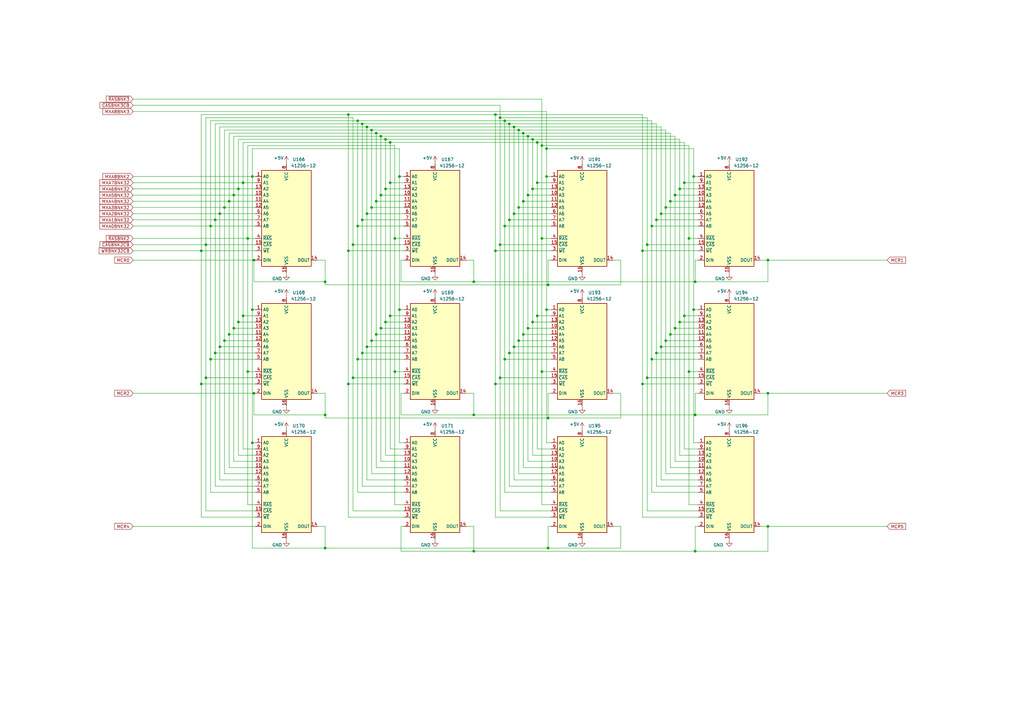
<source format=kicad_sch>
(kicad_sch (version 20211123) (generator eeschema)
  (paper "A3")
  (lib_symbols
    (symbol "power:+5V" (power) (pin_names (offset 0))
      (property "Value" "+5V" (at 0 3.556 0))
      (symbol "+5V_0_1"
        (polyline (pts (xy -0.762 1.27) (xy 0 2.54)))
        (polyline (pts (xy 0 0) (xy 0 2.54)))
        (polyline (pts (xy 0 2.54) (xy 0.762 1.27)))
      )
      (symbol "+5V_1_1"
        (pin power_in line (at 0 0 90) (length 0) hide (name "+5V") (number "1"))
      )
    )
    (symbol "power:GND" (power) (pin_names (offset 0))
      (property "Value" "GND" (at 0 -3.81 0))
      (symbol "GND_0_1"
        (polyline (pts (xy 0 0) (xy 0 -1.27) (xy 1.27 -1.27) (xy 0 -2.54) (xy -1.27 -1.27) (xy 0 -1.27)))
      )
      (symbol "GND_1_1"
        (pin power_in line (at 0 0 270) (length 0) hide (name "GND") (number "1"))
      )
    )
    (symbol "x37:41256"
      (property "Reference" "U" (at -10.16 26.035 0))
      (property "Value" "41256" (at 2.54 26.035 0))
      (symbol "41256_0_0"
        (pin power_in line (at 0 -16.51 90) (length 2.54) (name "VSS") (number "16"))
        (pin power_in line (at 0 27.94 270) (length 2.54) (name "VCC") (number "8"))
      )
      (symbol "41256_0_1"
        (rectangle (start -10.16 25.4) (end 10.16 -13.97) (stroke (width 0.254)) (fill (type background)))
      )
      (symbol "41256_1_1"
        (pin input line (at -12.7 22.86 0) (length 2.54) (name "A0") (number "1"))
        (pin input line (at -12.7 15.24 0) (length 2.54) (name "A3") (number "10"))
        (pin input line (at -12.7 12.7 0) (length 2.54) (name "A4") (number "11"))
        (pin input line (at -12.7 10.16 0) (length 2.54) (name "A5") (number "12"))
        (pin input line (at -12.7 17.78 0) (length 2.54) (name "A2") (number "13"))
        (pin tri_state line (at 12.7 -11.43 180) (length 2.54) (name "DOUT") (number "14"))
        (pin input line (at -12.7 -5.08 0) (length 2.54) (name "~{CAS}") (number "15"))
        (pin tri_state line (at -12.7 -11.43 0) (length 2.54) (name "DIN") (number "2"))
        (pin input line (at -12.7 -7.62 0) (length 2.54) (name "~{WE}") (number "3"))
        (pin input line (at -12.7 -2.54 0) (length 2.54) (name "~{RAS}") (number "4"))
        (pin input line (at -12.7 2.54 0) (length 2.54) (name "A8") (number "5"))
        (pin input line (at -12.7 7.62 0) (length 2.54) (name "A6") (number "6"))
        (pin input line (at -12.7 5.08 0) (length 2.54) (name "A7") (number "7"))
        (pin input line (at -12.7 20.32 0) (length 2.54) (name "A1") (number "9"))
      )
    )
  )
  (junction (at 203.2 157.48))
  (junction (at 214.63 54.61))
  (junction (at 285.115 226.06))
  (junction (at 142.875 157.48))
  (junction (at 82.55 102.87))
  (junction (at 212.725 139.7))
  (junction (at 163.83 127))
  (junction (at 90.17 142.24))
  (junction (at 205.105 100.33))
  (junction (at 133.35 170.18))
  (junction (at 273.05 139.7))
  (junction (at 148.59 90.17))
  (junction (at 224.155 60.96))
  (junction (at 224.79 171.45))
  (junction (at 160.02 129.54))
  (junction (at 158.115 132.08))
  (junction (at 86.36 92.71))
  (junction (at 97.79 77.47))
  (junction (at 84.455 100.33))
  (junction (at 274.955 82.55))
  (junction (at 276.86 80.01))
  (junction (at 146.685 147.32))
  (junction (at 271.145 87.63))
  (junction (at 158.115 57.15))
  (junction (at 142.875 102.87))
  (junction (at 203.2 102.87))
  (junction (at 194.31 170.18))
  (junction (at 220.345 74.93))
  (junction (at 282.575 97.79))
  (junction (at 224.79 224.79))
  (junction (at 103.505 181.61))
  (junction (at 82.55 157.48))
  (junction (at 99.695 129.54))
  (junction (at 156.21 134.62))
  (junction (at 150.495 87.63))
  (junction (at 278.765 132.08))
  (junction (at 212.725 85.09))
  (junction (at 88.265 90.17))
  (junction (at 222.25 59.69))
  (junction (at 88.265 144.78))
  (junction (at 84.455 154.94))
  (junction (at 207.01 147.32))
  (junction (at 205.105 48.26))
  (junction (at 278.765 77.47))
  (junction (at 285.115 115.57))
  (junction (at 265.43 154.94))
  (junction (at 208.915 90.17))
  (junction (at 218.44 77.47))
  (junction (at 269.24 144.78))
  (junction (at 224.155 72.39))
  (junction (at 220.345 129.54))
  (junction (at 194.31 115.57))
  (junction (at 274.955 137.16))
  (junction (at 133.35 115.57))
  (junction (at 207.01 92.71))
  (junction (at 216.535 134.62))
  (junction (at 163.83 72.39))
  (junction (at 97.79 132.08))
  (junction (at 103.505 127))
  (junction (at 133.35 224.79))
  (junction (at 210.82 52.07))
  (junction (at 314.96 161.29))
  (junction (at 150.495 142.24))
  (junction (at 161.925 152.4))
  (junction (at 212.725 53.34))
  (junction (at 154.305 137.16))
  (junction (at 224.155 127))
  (junction (at 148.59 144.78))
  (junction (at 216.535 55.88))
  (junction (at 154.305 82.55))
  (junction (at 216.535 80.01))
  (junction (at 152.4 139.7))
  (junction (at 284.48 127))
  (junction (at 92.075 139.7))
  (junction (at 194.31 226.06))
  (junction (at 152.4 53.34))
  (junction (at 208.915 144.78))
  (junction (at 146.685 92.71))
  (junction (at 144.78 100.33))
  (junction (at 93.98 82.55))
  (junction (at 263.525 102.87))
  (junction (at 142.875 46.99))
  (junction (at 207.01 49.53))
  (junction (at 271.145 142.24))
  (junction (at 224.79 116.84))
  (junction (at 276.86 134.62))
  (junction (at 161.925 97.79))
  (junction (at 214.63 82.55))
  (junction (at 160.02 58.42))
  (junction (at 93.98 137.16))
  (junction (at 203.2 46.99))
  (junction (at 156.21 80.01))
  (junction (at 218.44 132.08))
  (junction (at 208.915 50.8))
  (junction (at 269.24 90.17))
  (junction (at 210.82 142.24))
  (junction (at 265.43 100.33))
  (junction (at 267.335 147.32))
  (junction (at 104.14 161.29))
  (junction (at 220.345 58.42))
  (junction (at 95.885 80.01))
  (junction (at 314.96 215.9))
  (junction (at 273.05 85.09))
  (junction (at 218.44 57.15))
  (junction (at 152.4 85.09))
  (junction (at 205.105 154.94))
  (junction (at 285.115 170.18))
  (junction (at 214.63 137.16))
  (junction (at 144.78 154.94))
  (junction (at 263.525 157.48))
  (junction (at 101.6 152.4))
  (junction (at 158.115 77.47))
  (junction (at 267.335 92.71))
  (junction (at 146.685 49.53))
  (junction (at 222.25 152.4))
  (junction (at 90.17 87.63))
  (junction (at 86.36 147.32))
  (junction (at 104.14 106.68))
  (junction (at 148.59 50.8))
  (junction (at 222.25 97.79))
  (junction (at 150.495 52.07))
  (junction (at 284.48 72.39))
  (junction (at 160.02 74.93))
  (junction (at 92.075 85.09))
  (junction (at 280.67 129.54))
  (junction (at 156.21 55.88))
  (junction (at 95.885 134.62))
  (junction (at 154.305 54.61))
  (junction (at 282.575 152.4))
  (junction (at 103.505 72.39))
  (junction (at 99.695 74.93))
  (junction (at 210.82 87.63))
  (junction (at 314.96 106.68))
  (junction (at 101.6 97.79))
  (junction (at 280.67 74.93))
  (wire (pts (xy 103.505 181.61) (xy 104.775 181.61)))
  (wire (pts (xy 152.4 85.09) (xy 152.4 139.7)))
  (wire (pts (xy 165.735 100.33) (xy 144.78 100.33)))
  (wire (pts (xy 103.505 181.61) (xy 103.505 224.79)))
  (wire (pts (xy 216.535 80.01) (xy 216.535 134.62)))
  (wire (pts (xy 254.635 161.29) (xy 251.46 161.29)))
  (wire (pts (xy 82.55 212.09) (xy 82.55 157.48)))
  (wire (pts (xy 205.105 100.33) (xy 205.105 48.26)))
  (wire (pts (xy 224.79 224.79) (xy 254.635 224.79)))
  (wire (pts (xy 238.76 66.675) (xy 238.76 67.31)))
  (wire (pts (xy 273.05 139.7) (xy 273.05 194.31)))
  (wire (pts (xy 160.02 184.15) (xy 165.735 184.15)))
  (wire (pts (xy 218.44 57.15) (xy 278.765 57.15)))
  (wire (pts (xy 117.475 66.675) (xy 117.475 67.31)))
  (wire (pts (xy 117.475 175.895) (xy 117.475 176.53)))
  (wire (pts (xy 194.31 215.9) (xy 194.31 226.06)))
  (wire (pts (xy 265.43 100.33) (xy 265.43 154.94)))
  (wire (pts (xy 207.01 49.53) (xy 267.335 49.53)))
  (wire (pts (xy 226.06 97.79) (xy 222.25 97.79)))
  (wire (pts (xy 212.725 194.31) (xy 226.06 194.31)))
  (wire (pts (xy 103.505 60.96) (xy 163.83 60.96)))
  (wire (pts (xy 314.96 106.68) (xy 311.785 106.68)))
  (wire (pts (xy 216.535 134.62) (xy 226.06 134.62)))
  (wire (pts (xy 178.435 66.675) (xy 178.435 67.31)))
  (wire (pts (xy 286.385 72.39) (xy 284.48 72.39)))
  (wire (pts (xy 222.25 152.4) (xy 222.25 207.01)))
  (wire (pts (xy 133.35 224.79) (xy 133.35 215.9)))
  (wire (pts (xy 103.505 127) (xy 103.505 181.61)))
  (wire (pts (xy 84.455 100.33) (xy 84.455 48.26)))
  (wire (pts (xy 286.385 186.69) (xy 278.765 186.69)))
  (wire (pts (xy 133.35 215.9) (xy 130.175 215.9)))
  (wire (pts (xy 278.765 132.08) (xy 278.765 186.69)))
  (wire (pts (xy 164.465 170.18) (xy 194.31 170.18)))
  (wire (pts (xy 286.385 142.24) (xy 271.145 142.24)))
  (wire (pts (xy 194.31 226.06) (xy 285.115 226.06)))
  (wire (pts (xy 165.735 77.47) (xy 158.115 77.47)))
  (wire (pts (xy 280.67 74.93) (xy 280.67 129.54)))
  (wire (pts (xy 282.575 97.79) (xy 282.575 59.69)))
  (wire (pts (xy 117.475 111.76) (xy 117.475 112.395)))
  (wire (pts (xy 205.105 100.33) (xy 205.105 154.94)))
  (wire (pts (xy 273.05 194.31) (xy 286.385 194.31)))
  (wire (pts (xy 238.76 220.98) (xy 238.76 221.615)))
  (wire (pts (xy 104.14 161.29) (xy 104.775 161.29)))
  (wire (pts (xy 299.085 220.98) (xy 299.085 221.615)))
  (wire (pts (xy 178.435 175.895) (xy 178.435 176.53)))
  (wire (pts (xy 314.96 215.9) (xy 314.96 226.06)))
  (wire (pts (xy 224.155 72.39) (xy 224.155 60.96)))
  (wire (pts (xy 224.155 127) (xy 224.155 181.61)))
  (wire (pts (xy 286.385 147.32) (xy 267.335 147.32)))
  (wire (pts (xy 148.59 50.8) (xy 208.915 50.8)))
  (wire (pts (xy 150.495 142.24) (xy 150.495 196.85)))
  (wire (pts (xy 84.455 154.94) (xy 84.455 209.55)))
  (wire (pts (xy 286.385 215.9) (xy 285.115 215.9)))
  (wire (pts (xy 276.86 189.23) (xy 286.385 189.23)))
  (wire (pts (xy 216.535 55.88) (xy 276.86 55.88)))
  (wire (pts (xy 142.875 212.09) (xy 165.735 212.09)))
  (wire (pts (xy 158.115 77.47) (xy 158.115 132.08)))
  (wire (pts (xy 165.735 154.94) (xy 144.78 154.94)))
  (wire (pts (xy 267.335 92.71) (xy 267.335 49.53)))
  (wire (pts (xy 86.36 147.32) (xy 104.775 147.32)))
  (wire (pts (xy 90.17 87.63) (xy 90.17 52.07)))
  (wire (pts (xy 214.63 54.61) (xy 274.955 54.61)))
  (wire (pts (xy 104.14 170.18) (xy 133.35 170.18)))
  (wire (pts (xy 148.59 50.8) (xy 148.59 90.17)))
  (wire (pts (xy 285.115 161.29) (xy 285.115 170.18)))
  (wire (pts (xy 226.06 161.29) (xy 224.79 161.29)))
  (wire (pts (xy 165.735 152.4) (xy 161.925 152.4)))
  (wire (pts (xy 214.63 82.55) (xy 214.63 137.16)))
  (wire (pts (xy 82.55 102.87) (xy 104.775 102.87)))
  (wire (pts (xy 165.735 137.16) (xy 154.305 137.16)))
  (wire (pts (xy 224.79 106.68) (xy 224.79 116.84)))
  (wire (pts (xy 148.59 90.17) (xy 165.735 90.17)))
  (wire (pts (xy 95.885 80.01) (xy 95.885 134.62)))
  (wire (pts (xy 133.35 115.57) (xy 133.35 106.68)))
  (wire (pts (xy 203.2 157.48) (xy 226.06 157.48)))
  (wire (pts (xy 165.735 215.9) (xy 164.465 215.9)))
  (wire (pts (xy 92.075 53.34) (xy 152.4 53.34)))
  (wire (pts (xy 194.31 215.9) (xy 191.135 215.9)))
  (wire (pts (xy 226.06 87.63) (xy 210.82 87.63)))
  (wire (pts (xy 54.61 74.93) (xy 99.695 74.93)))
  (wire (pts (xy 156.21 189.23) (xy 165.735 189.23)))
  (wire (pts (xy 92.075 194.31) (xy 104.775 194.31)))
  (wire (pts (xy 212.725 85.09) (xy 226.06 85.09)))
  (wire (pts (xy 154.305 82.55) (xy 154.305 54.61)))
  (wire (pts (xy 363.855 106.68) (xy 314.96 106.68)))
  (wire (pts (xy 207.01 92.71) (xy 207.01 49.53)))
  (wire (pts (xy 280.67 58.42) (xy 280.67 74.93)))
  (wire (pts (xy 274.955 137.16) (xy 274.955 191.77)))
  (wire (pts (xy 133.35 115.57) (xy 133.35 116.84)))
  (wire (pts (xy 263.525 46.99) (xy 263.525 102.87)))
  (wire (pts (xy 150.495 87.63) (xy 150.495 142.24)))
  (wire (pts (xy 265.43 154.94) (xy 265.43 209.55)))
  (wire (pts (xy 286.385 97.79) (xy 282.575 97.79)))
  (wire (pts (xy 271.145 142.24) (xy 271.145 196.85)))
  (wire (pts (xy 165.735 72.39) (xy 163.83 72.39)))
  (wire (pts (xy 267.335 147.32) (xy 267.335 201.93)))
  (wire (pts (xy 218.44 77.47) (xy 218.44 132.08)))
  (wire (pts (xy 165.735 106.68) (xy 164.465 106.68)))
  (wire (pts (xy 208.915 144.78) (xy 226.06 144.78)))
  (wire (pts (xy 88.265 50.8) (xy 148.59 50.8)))
  (wire (pts (xy 222.25 40.64) (xy 222.25 59.69)))
  (wire (pts (xy 278.765 77.47) (xy 278.765 132.08)))
  (wire (pts (xy 84.455 209.55) (xy 104.775 209.55)))
  (wire (pts (xy 93.98 82.55) (xy 93.98 137.16)))
  (wire (pts (xy 269.24 144.78) (xy 286.385 144.78)))
  (wire (pts (xy 208.915 144.78) (xy 208.915 199.39)))
  (wire (pts (xy 273.05 139.7) (xy 286.385 139.7)))
  (wire (pts (xy 99.695 74.93) (xy 104.775 74.93)))
  (wire (pts (xy 97.79 57.15) (xy 97.79 77.47)))
  (wire (pts (xy 133.35 116.84) (xy 224.79 116.84)))
  (wire (pts (xy 86.36 92.71) (xy 86.36 147.32)))
  (wire (pts (xy 220.345 184.15) (xy 226.06 184.15)))
  (wire (pts (xy 269.24 144.78) (xy 269.24 199.39)))
  (wire (pts (xy 254.635 106.68) (xy 251.46 106.68)))
  (wire (pts (xy 254.635 215.9) (xy 254.635 224.79)))
  (wire (pts (xy 103.505 224.79) (xy 133.35 224.79)))
  (wire (pts (xy 142.875 102.87) (xy 165.735 102.87)))
  (wire (pts (xy 212.725 139.7) (xy 212.725 194.31)))
  (wire (pts (xy 54.61 92.71) (xy 86.36 92.71)))
  (wire (pts (xy 314.96 170.18) (xy 314.96 161.29)))
  (wire (pts (xy 214.63 137.16) (xy 214.63 191.77)))
  (wire (pts (xy 92.075 139.7) (xy 104.775 139.7)))
  (wire (pts (xy 263.525 102.87) (xy 263.525 157.48)))
  (wire (pts (xy 218.44 77.47) (xy 218.44 57.15)))
  (wire (pts (xy 92.075 139.7) (xy 92.075 194.31)))
  (wire (pts (xy 54.61 100.33) (xy 84.455 100.33)))
  (wire (pts (xy 226.06 181.61) (xy 224.155 181.61)))
  (wire (pts (xy 280.67 184.15) (xy 286.385 184.15)))
  (wire (pts (xy 194.31 106.68) (xy 194.31 115.57)))
  (wire (pts (xy 314.96 161.29) (xy 311.785 161.29)))
  (wire (pts (xy 104.14 115.57) (xy 133.35 115.57)))
  (wire (pts (xy 82.55 157.48) (xy 82.55 102.87)))
  (wire (pts (xy 165.735 209.55) (xy 144.78 209.55)))
  (wire (pts (xy 226.06 191.77) (xy 214.63 191.77)))
  (wire (pts (xy 90.17 196.85) (xy 104.775 196.85)))
  (wire (pts (xy 263.525 212.09) (xy 286.385 212.09)))
  (wire (pts (xy 104.14 106.68) (xy 104.14 115.57)))
  (wire (pts (xy 154.305 137.16) (xy 154.305 191.77)))
  (wire (pts (xy 165.735 147.32) (xy 146.685 147.32)))
  (wire (pts (xy 286.385 152.4) (xy 282.575 152.4)))
  (wire (pts (xy 286.385 161.29) (xy 285.115 161.29)))
  (wire (pts (xy 276.86 55.88) (xy 276.86 80.01)))
  (wire (pts (xy 203.2 102.87) (xy 203.2 157.48)))
  (wire (pts (xy 97.79 77.47) (xy 104.775 77.47)))
  (wire (pts (xy 299.085 66.675) (xy 299.085 67.31)))
  (wire (pts (xy 220.345 58.42) (xy 280.67 58.42)))
  (wire (pts (xy 103.505 127) (xy 104.775 127)))
  (wire (pts (xy 299.085 111.76) (xy 299.085 112.395)))
  (wire (pts (xy 54.61 97.79) (xy 101.6 97.79)))
  (wire (pts (xy 148.59 90.17) (xy 148.59 144.78)))
  (wire (pts (xy 99.695 184.15) (xy 104.775 184.15)))
  (wire (pts (xy 286.385 181.61) (xy 284.48 181.61)))
  (wire (pts (xy 54.61 106.68) (xy 104.14 106.68)))
  (wire (pts (xy 142.875 46.99) (xy 142.875 102.87)))
  (wire (pts (xy 238.76 166.37) (xy 238.76 167.005)))
  (wire (pts (xy 101.6 207.01) (xy 104.775 207.01)))
  (wire (pts (xy 88.265 90.17) (xy 88.265 144.78)))
  (wire (pts (xy 224.155 72.39) (xy 224.155 127)))
  (wire (pts (xy 220.345 74.93) (xy 226.06 74.93)))
  (wire (pts (xy 282.575 152.4) (xy 282.575 207.01)))
  (wire (pts (xy 133.35 106.68) (xy 130.175 106.68)))
  (wire (pts (xy 267.335 92.71) (xy 267.335 147.32)))
  (wire (pts (xy 271.145 52.07) (xy 210.82 52.07)))
  (wire (pts (xy 208.915 199.39) (xy 226.06 199.39)))
  (wire (pts (xy 88.265 50.8) (xy 88.265 90.17)))
  (wire (pts (xy 263.525 102.87) (xy 286.385 102.87)))
  (wire (pts (xy 314.96 215.9) (xy 311.785 215.9)))
  (wire (pts (xy 203.2 157.48) (xy 203.2 212.09)))
  (wire (pts (xy 165.735 186.69) (xy 158.115 186.69)))
  (wire (pts (xy 207.01 147.32) (xy 207.01 201.93)))
  (wire (pts (xy 164.465 226.06) (xy 194.31 226.06)))
  (wire (pts (xy 284.48 72.39) (xy 284.48 127)))
  (wire (pts (xy 286.385 127) (xy 284.48 127)))
  (wire (pts (xy 104.14 106.68) (xy 104.775 106.68)))
  (wire (pts (xy 163.83 72.39) (xy 163.83 127)))
  (wire (pts (xy 265.43 100.33) (xy 265.43 48.26)))
  (wire (pts (xy 165.735 207.01) (xy 161.925 207.01)))
  (wire (pts (xy 160.02 129.54) (xy 160.02 184.15)))
  (wire (pts (xy 271.145 87.63) (xy 271.145 142.24)))
  (wire (pts (xy 144.78 100.33) (xy 144.78 48.26)))
  (wire (pts (xy 97.79 132.08) (xy 97.79 186.69)))
  (wire (pts (xy 220.345 129.54) (xy 226.06 129.54)))
  (wire (pts (xy 224.79 171.45) (xy 254.635 171.45)))
  (wire (pts (xy 156.21 55.88) (xy 216.535 55.88)))
  (wire (pts (xy 160.02 74.93) (xy 165.735 74.93)))
  (wire (pts (xy 212.725 85.09) (xy 212.725 139.7)))
  (wire (pts (xy 363.855 161.29) (xy 314.96 161.29)))
  (wire (pts (xy 165.735 132.08) (xy 158.115 132.08)))
  (wire (pts (xy 274.955 54.61) (xy 274.955 82.55)))
  (wire (pts (xy 165.735 161.29) (xy 164.465 161.29)))
  (wire (pts (xy 54.61 102.87) (xy 82.55 102.87)))
  (wire (pts (xy 142.875 157.48) (xy 165.735 157.48)))
  (wire (pts (xy 82.55 157.48) (xy 104.775 157.48)))
  (wire (pts (xy 208.915 90.17) (xy 226.06 90.17)))
  (wire (pts (xy 99.695 74.93) (xy 99.695 58.42)))
  (wire (pts (xy 226.06 82.55) (xy 214.63 82.55)))
  (wire (pts (xy 224.155 45.72) (xy 224.155 60.96)))
  (wire (pts (xy 165.735 191.77) (xy 154.305 191.77)))
  (wire (pts (xy 286.385 106.68) (xy 285.115 106.68)))
  (wire (pts (xy 299.085 175.895) (xy 299.085 176.53)))
  (wire (pts (xy 194.31 161.29) (xy 194.31 170.18)))
  (wire (pts (xy 95.885 55.88) (xy 156.21 55.88)))
  (wire (pts (xy 203.2 102.87) (xy 226.06 102.87)))
  (wire (pts (xy 54.61 40.64) (xy 222.25 40.64)))
  (wire (pts (xy 54.61 45.72) (xy 224.155 45.72)))
  (wire (pts (xy 152.4 194.31) (xy 165.735 194.31)))
  (wire (pts (xy 95.885 189.23) (xy 104.775 189.23)))
  (wire (pts (xy 165.735 196.85) (xy 150.495 196.85)))
  (wire (pts (xy 299.085 121.285) (xy 299.085 121.92)))
  (wire (pts (xy 101.6 59.69) (xy 101.6 97.79)))
  (wire (pts (xy 276.86 80.01) (xy 276.86 134.62)))
  (wire (pts (xy 88.265 199.39) (xy 104.775 199.39)))
  (wire (pts (xy 210.82 87.63) (xy 210.82 142.24)))
  (wire (pts (xy 224.79 116.84) (xy 254.635 116.84)))
  (wire (pts (xy 194.31 170.18) (xy 285.115 170.18)))
  (wire (pts (xy 178.435 166.37) (xy 178.435 167.005)))
  (wire (pts (xy 286.385 77.47) (xy 278.765 77.47)))
  (wire (pts (xy 93.98 191.77) (xy 104.775 191.77)))
  (wire (pts (xy 158.115 57.15) (xy 218.44 57.15)))
  (wire (pts (xy 267.335 92.71) (xy 286.385 92.71)))
  (wire (pts (xy 269.24 90.17) (xy 286.385 90.17)))
  (wire (pts (xy 208.915 50.8) (xy 269.24 50.8)))
  (wire (pts (xy 226.06 201.93) (xy 207.01 201.93)))
  (wire (pts (xy 238.76 121.285) (xy 238.76 121.92)))
  (wire (pts (xy 95.885 55.88) (xy 95.885 80.01)))
  (wire (pts (xy 226.06 147.32) (xy 207.01 147.32)))
  (wire (pts (xy 156.21 134.62) (xy 165.735 134.62)))
  (wire (pts (xy 160.02 58.42) (xy 160.02 74.93)))
  (wire (pts (xy 165.735 127) (xy 163.83 127)))
  (wire (pts (xy 254.635 215.9) (xy 251.46 215.9)))
  (wire (pts (xy 222.25 97.79) (xy 222.25 59.69)))
  (wire (pts (xy 286.385 201.93) (xy 267.335 201.93)))
  (wire (pts (xy 161.925 97.79) (xy 161.925 59.69)))
  (wire (pts (xy 282.575 97.79) (xy 282.575 152.4)))
  (wire (pts (xy 93.98 137.16) (xy 93.98 191.77)))
  (wire (pts (xy 226.06 209.55) (xy 205.105 209.55)))
  (wire (pts (xy 95.885 134.62) (xy 104.775 134.62)))
  (wire (pts (xy 101.6 97.79) (xy 104.775 97.79)))
  (wire (pts (xy 160.02 129.54) (xy 165.735 129.54)))
  (wire (pts (xy 117.475 121.285) (xy 117.475 121.92)))
  (wire (pts (xy 99.695 129.54) (xy 99.695 184.15)))
  (wire (pts (xy 210.82 87.63) (xy 210.82 52.07)))
  (wire (pts (xy 285.115 170.18) (xy 314.96 170.18)))
  (wire (pts (xy 156.21 134.62) (xy 156.21 189.23)))
  (wire (pts (xy 218.44 132.08) (xy 218.44 186.69)))
  (wire (pts (xy 160.02 74.93) (xy 160.02 129.54)))
  (wire (pts (xy 54.61 72.39) (xy 103.505 72.39)))
  (wire (pts (xy 54.61 77.47) (xy 97.79 77.47)))
  (wire (pts (xy 161.925 152.4) (xy 161.925 207.01)))
  (wire (pts (xy 148.59 144.78) (xy 165.735 144.78)))
  (wire (pts (xy 226.06 106.68) (xy 224.79 106.68)))
  (wire (pts (xy 212.725 139.7) (xy 226.06 139.7)))
  (wire (pts (xy 284.48 127) (xy 284.48 181.61)))
  (wire (pts (xy 178.435 111.76) (xy 178.435 112.395)))
  (wire (pts (xy 194.31 115.57) (xy 285.115 115.57)))
  (wire (pts (xy 165.735 92.71) (xy 146.685 92.71)))
  (wire (pts (xy 254.635 161.29) (xy 254.635 171.45)))
  (wire (pts (xy 212.725 53.34) (xy 212.725 85.09)))
  (wire (pts (xy 299.085 166.37) (xy 299.085 167.005)))
  (wire (pts (xy 88.265 144.78) (xy 88.265 199.39)))
  (wire (pts (xy 212.725 53.34) (xy 273.05 53.34)))
  (wire (pts (xy 82.55 212.09) (xy 104.775 212.09)))
  (wire (pts (xy 117.475 166.37) (xy 117.475 167.005)))
  (wire (pts (xy 99.695 74.93) (xy 99.695 129.54)))
  (wire (pts (xy 194.31 106.68) (xy 191.135 106.68)))
  (wire (pts (xy 152.4 53.34) (xy 152.4 85.09)))
  (wire (pts (xy 144.78 154.94) (xy 144.78 209.55)))
  (wire (pts (xy 220.345 58.42) (xy 220.345 74.93)))
  (wire (pts (xy 276.86 80.01) (xy 286.385 80.01)))
  (wire (pts (xy 152.4 139.7) (xy 165.735 139.7)))
  (wire (pts (xy 84.455 100.33) (xy 104.775 100.33)))
  (wire (pts (xy 164.465 106.68) (xy 164.465 115.57)))
  (wire (pts (xy 263.525 157.48) (xy 286.385 157.48)))
  (wire (pts (xy 276.86 134.62) (xy 276.86 189.23)))
  (wire (pts (xy 269.24 50.8) (xy 269.24 90.17)))
  (wire (pts (xy 286.385 196.85) (xy 271.145 196.85)))
  (wire (pts (xy 205.105 48.26) (xy 265.43 48.26)))
  (wire (pts (xy 205.105 43.18) (xy 54.61 43.18)))
  (wire (pts (xy 82.55 46.99) (xy 142.875 46.99)))
  (wire (pts (xy 165.735 82.55) (xy 154.305 82.55)))
  (wire (pts (xy 216.535 134.62) (xy 216.535 189.23)))
  (wire (pts (xy 216.535 80.01) (xy 226.06 80.01)))
  (wire (pts (xy 92.075 53.34) (xy 92.075 85.09)))
  (wire (pts (xy 88.265 90.17) (xy 104.775 90.17)))
  (wire (pts (xy 286.385 87.63) (xy 271.145 87.63)))
  (wire (pts (xy 224.155 60.96) (xy 284.48 60.96)))
  (wire (pts (xy 286.385 100.33) (xy 265.43 100.33)))
  (wire (pts (xy 286.385 209.55) (xy 265.43 209.55)))
  (wire (pts (xy 214.63 82.55) (xy 214.63 54.61)))
  (wire (pts (xy 88.265 144.78) (xy 104.775 144.78)))
  (wire (pts (xy 142.875 46.99) (xy 203.2 46.99)))
  (wire (pts (xy 104.14 161.29) (xy 104.14 170.18)))
  (wire (pts (xy 210.82 52.07) (xy 150.495 52.07)))
  (wire (pts (xy 269.24 199.39) (xy 286.385 199.39)))
  (wire (pts (xy 226.06 100.33) (xy 205.105 100.33)))
  (wire (pts (xy 101.6 97.79) (xy 101.6 152.4)))
  (wire (pts (xy 93.98 82.55) (xy 93.98 54.61)))
  (wire (pts (xy 285.115 226.06) (xy 314.96 226.06)))
  (wire (pts (xy 86.36 92.71) (xy 86.36 49.53)))
  (wire (pts (xy 95.885 134.62) (xy 95.885 189.23)))
  (wire (pts (xy 269.24 90.17) (xy 269.24 144.78)))
  (wire (pts (xy 146.685 147.32) (xy 146.685 201.93)))
  (wire (pts (xy 54.61 82.55) (xy 93.98 82.55)))
  (wire (pts (xy 146.685 49.53) (xy 207.01 49.53)))
  (wire (pts (xy 286.385 137.16) (xy 274.955 137.16)))
  (wire (pts (xy 54.61 87.63) (xy 90.17 87.63)))
  (wire (pts (xy 97.79 57.15) (xy 158.115 57.15)))
  (wire (pts (xy 224.79 171.45) (xy 133.35 171.45)))
  (wire (pts (xy 163.83 72.39) (xy 163.83 60.96)))
  (wire (pts (xy 161.925 97.79) (xy 161.925 152.4)))
  (wire (pts (xy 220.345 74.93) (xy 220.345 129.54)))
  (wire (pts (xy 222.25 97.79) (xy 222.25 152.4)))
  (wire (pts (xy 150.495 87.63) (xy 150.495 52.07)))
  (wire (pts (xy 178.435 121.285) (xy 178.435 121.92)))
  (wire (pts (xy 226.06 215.9) (xy 224.79 215.9)))
  (wire (pts (xy 90.17 142.24) (xy 104.775 142.24)))
  (wire (pts (xy 280.67 74.93) (xy 286.385 74.93)))
  (wire (pts (xy 273.05 85.09) (xy 286.385 85.09)))
  (wire (pts (xy 84.455 100.33) (xy 84.455 154.94)))
  (wire (pts (xy 205.105 48.26) (xy 205.105 43.18)))
  (wire (pts (xy 133.35 161.29) (xy 130.175 161.29)))
  (wire (pts (xy 226.06 127) (xy 224.155 127)))
  (wire (pts (xy 99.695 58.42) (xy 160.02 58.42)))
  (wire (pts (xy 238.76 175.895) (xy 238.76 176.53)))
  (wire (pts (xy 97.79 132.08) (xy 104.775 132.08)))
  (wire (pts (xy 133.35 170.18) (xy 133.35 161.29)))
  (wire (pts (xy 82.55 46.99) (xy 82.55 102.87)))
  (wire (pts (xy 194.31 161.29) (xy 191.135 161.29)))
  (wire (pts (xy 226.06 132.08) (xy 218.44 132.08)))
  (wire (pts (xy 90.17 87.63) (xy 90.17 142.24)))
  (wire (pts (xy 99.695 129.54) (xy 104.775 129.54)))
  (wire (pts (xy 103.505 72.39) (xy 103.505 60.96)))
  (wire (pts (xy 273.05 85.09) (xy 273.05 139.7)))
  (wire (pts (xy 92.075 85.09) (xy 104.775 85.09)))
  (wire (pts (xy 286.385 207.01) (xy 282.575 207.01)))
  (wire (pts (xy 164.465 161.29) (xy 164.465 170.18)))
  (wire (pts (xy 158.115 77.47) (xy 158.115 57.15)))
  (wire (pts (xy 142.875 157.48) (xy 142.875 212.09)))
  (wire (pts (xy 92.075 85.09) (xy 92.075 139.7)))
  (wire (pts (xy 271.145 87.63) (xy 271.145 52.07)))
  (wire (pts (xy 286.385 191.77) (xy 274.955 191.77)))
  (wire (pts (xy 90.17 87.63) (xy 104.775 87.63)))
  (wire (pts (xy 178.435 220.98) (xy 178.435 221.615)))
  (wire (pts (xy 226.06 137.16) (xy 214.63 137.16)))
  (wire (pts (xy 285.115 215.9) (xy 285.115 226.06)))
  (wire (pts (xy 93.98 137.16) (xy 104.775 137.16)))
  (wire (pts (xy 154.305 54.61) (xy 214.63 54.61)))
  (wire (pts (xy 226.06 196.85) (xy 210.82 196.85)))
  (wire (pts (xy 158.115 132.08) (xy 158.115 186.69)))
  (wire (pts (xy 263.525 157.48) (xy 263.525 212.09)))
  (wire (pts (xy 54.61 80.01) (xy 95.885 80.01)))
  (wire (pts (xy 86.36 147.32) (xy 86.36 201.93)))
  (wire (pts (xy 164.465 215.9) (xy 164.465 226.06)))
  (wire (pts (xy 54.61 161.29) (xy 104.14 161.29)))
  (wire (pts (xy 208.915 50.8) (xy 208.915 90.17)))
  (wire (pts (xy 160.02 58.42) (xy 220.345 58.42)))
  (wire (pts (xy 117.475 220.98) (xy 117.475 221.615)))
  (wire (pts (xy 284.48 72.39) (xy 284.48 60.96)))
  (wire (pts (xy 220.345 129.54) (xy 220.345 184.15)))
  (wire (pts (xy 101.6 152.4) (xy 104.775 152.4)))
  (wire (pts (xy 216.535 189.23) (xy 226.06 189.23)))
  (wire (pts (xy 133.35 171.45) (xy 133.35 170.18)))
  (wire (pts (xy 103.505 127) (xy 103.505 72.39)))
  (wire (pts (xy 156.21 80.01) (xy 156.21 134.62)))
  (wire (pts (xy 226.06 92.71) (xy 207.01 92.71)))
  (wire (pts (xy 86.36 49.53) (xy 146.685 49.53)))
  (wire (pts (xy 95.885 80.01) (xy 104.775 80.01)))
  (wire (pts (xy 86.36 201.93) (xy 104.775 201.93)))
  (wire (pts (xy 203.2 212.09) (xy 226.06 212.09)))
  (wire (pts (xy 54.61 85.09) (xy 92.075 85.09)))
  (wire (pts (xy 208.915 90.17) (xy 208.915 144.78)))
  (wire (pts (xy 97.79 77.47) (xy 97.79 132.08)))
  (wire (pts (xy 226.06 77.47) (xy 218.44 77.47)))
  (wire (pts (xy 144.78 100.33) (xy 144.78 154.94)))
  (wire (pts (xy 161.925 59.69) (xy 101.6 59.69)))
  (wire (pts (xy 226.06 72.39) (xy 224.155 72.39)))
  (wire (pts (xy 165.735 87.63) (xy 150.495 87.63)))
  (wire (pts (xy 84.455 48.26) (xy 144.78 48.26)))
  (wire (pts (xy 165.735 142.24) (xy 150.495 142.24)))
  (wire (pts (xy 93.98 82.55) (xy 104.775 82.55)))
  (wire (pts (xy 224.79 161.29) (xy 224.79 171.45)))
  (wire (pts (xy 210.82 142.24) (xy 210.82 196.85)))
  (wire (pts (xy 285.115 106.68) (xy 285.115 115.57)))
  (wire (pts (xy 363.855 215.9) (xy 314.96 215.9)))
  (wire (pts (xy 165.735 97.79) (xy 161.925 97.79)))
  (wire (pts (xy 152.4 139.7) (xy 152.4 194.31)))
  (wire (pts (xy 84.455 154.94) (xy 104.775 154.94)))
  (wire (pts (xy 148.59 199.39) (xy 165.735 199.39)))
  (wire (pts (xy 103.505 72.39) (xy 104.775 72.39)))
  (wire (pts (xy 226.06 186.69) (xy 218.44 186.69)))
  (wire (pts (xy 207.01 92.71) (xy 207.01 147.32)))
  (wire (pts (xy 226.06 152.4) (xy 222.25 152.4)))
  (wire (pts (xy 165.735 181.61) (xy 163.83 181.61)))
  (wire (pts (xy 133.35 224.79) (xy 224.79 224.79)))
  (wire (pts (xy 142.875 102.87) (xy 142.875 157.48)))
  (wire (pts (xy 93.98 54.61) (xy 154.305 54.61)))
  (wire (pts (xy 226.06 142.24) (xy 210.82 142.24)))
  (wire (pts (xy 282.575 59.69) (xy 222.25 59.69)))
  (wire (pts (xy 226.06 154.94) (xy 205.105 154.94)))
  (wire (pts (xy 274.955 82.55) (xy 274.955 137.16)))
  (wire (pts (xy 203.2 46.99) (xy 203.2 102.87)))
  (wire (pts (xy 314.96 115.57) (xy 314.96 106.68)))
  (wire (pts (xy 146.685 92.71) (xy 146.685 49.53)))
  (wire (pts (xy 280.67 129.54) (xy 280.67 184.15)))
  (wire (pts (xy 278.765 77.47) (xy 278.765 57.15)))
  (wire (pts (xy 146.685 92.71) (xy 146.685 147.32)))
  (wire (pts (xy 286.385 82.55) (xy 274.955 82.55)))
  (wire (pts (xy 165.735 201.93) (xy 146.685 201.93)))
  (wire (pts (xy 205.105 154.94) (xy 205.105 209.55)))
  (wire (pts (xy 152.4 53.34) (xy 212.725 53.34)))
  (wire (pts (xy 273.05 53.34) (xy 273.05 85.09)))
  (wire (pts (xy 150.495 52.07) (xy 90.17 52.07)))
  (wire (pts (xy 216.535 55.88) (xy 216.535 80.01)))
  (wire (pts (xy 152.4 85.09) (xy 165.735 85.09)))
  (wire (pts (xy 148.59 144.78) (xy 148.59 199.39)))
  (wire (pts (xy 101.6 152.4) (xy 101.6 207.01)))
  (wire (pts (xy 90.17 142.24) (xy 90.17 196.85)))
  (wire (pts (xy 156.21 55.88) (xy 156.21 80.01)))
  (wire (pts (xy 164.465 115.57) (xy 194.31 115.57)))
  (wire (pts (xy 226.06 207.01) (xy 222.25 207.01)))
  (wire (pts (xy 97.79 186.69) (xy 104.775 186.69)))
  (wire (pts (xy 286.385 154.94) (xy 265.43 154.94)))
  (wire (pts (xy 280.67 129.54) (xy 286.385 129.54)))
  (wire (pts (xy 54.61 215.9) (xy 104.775 215.9)))
  (wire (pts (xy 238.76 111.76) (xy 238.76 112.395)))
  (wire (pts (xy 276.86 134.62) (xy 286.385 134.62)))
  (wire (pts (xy 156.21 80.01) (xy 165.735 80.01)))
  (wire (pts (xy 54.61 90.17) (xy 88.265 90.17)))
  (wire (pts (xy 203.2 46.99) (xy 263.525 46.99)))
  (wire (pts (xy 286.385 132.08) (xy 278.765 132.08)))
  (wire (pts (xy 254.635 106.68) (xy 254.635 116.84)))
  (wire (pts (xy 285.115 115.57) (xy 314.96 115.57)))
  (wire (pts (xy 154.305 82.55) (xy 154.305 137.16)))
  (wire (pts (xy 163.83 127) (xy 163.83 181.61)))
  (wire (pts (xy 224.79 215.9) (xy 224.79 224.79)))
  (wire (pts (xy 86.36 92.71) (xy 104.775 92.71)))
  (global_label "MCR2" (shape input) (at 54.61 161.29 180) (property "Intersheet References" "${INTERSHEET_REFS}" (effects hide)))
  (global_label "MXA1BNK32" (shape input) (at 54.61 90.17 180) (property "Intersheet References" "${INTERSHEET_REFS}" (effects hide)))
  (global_label "MCR0" (shape input) (at 54.61 106.68 180) (property "Intersheet References" "${INTERSHEET_REFS}" (effects hide)))
  (global_label "~{RASBNK2}" (shape input) (at 54.61 97.79 180) (property "Intersheet References" "${INTERSHEET_REFS}" (effects hide)))
  (global_label "MXA0BNK32" (shape input) (at 54.61 92.71 180) (property "Intersheet References" "${INTERSHEET_REFS}" (effects hide)))
  (global_label "MXA2BNK32" (shape input) (at 54.61 87.63 180) (property "Intersheet References" "${INTERSHEET_REFS}" (effects hide)))
  (global_label "MXA5BNK32" (shape input) (at 54.61 80.01 180) (property "Intersheet References" "${INTERSHEET_REFS}" (effects hide)))
  (global_label "MCR5" (shape input) (at 363.855 215.9 0) (property "Intersheet References" "${INTERSHEET_REFS}" (effects hide)))
  (global_label "MXA3BNK32" (shape input) (at 54.61 85.09 180) (property "Intersheet References" "${INTERSHEET_REFS}" (effects hide)))
  (global_label "MCR4" (shape input) (at 54.61 215.9 180) (property "Intersheet References" "${INTERSHEET_REFS}" (effects hide)))
  (global_label "MCR3" (shape input) (at 363.855 161.29 0) (property "Intersheet References" "${INTERSHEET_REFS}" (effects hide)))
  (global_label "MXA4BNK32" (shape input) (at 54.61 82.55 180) (property "Intersheet References" "${INTERSHEET_REFS}" (effects hide)))
  (global_label "MCR1" (shape input) (at 363.855 106.68 0) (property "Intersheet References" "${INTERSHEET_REFS}" (effects hide)))
  (global_label "~{RASBNK3}" (shape input) (at 54.61 40.64 180) (property "Intersheet References" "${INTERSHEET_REFS}" (effects hide)))
  (global_label "MXA8BNK2" (shape input) (at 54.61 72.39 180) (property "Intersheet References" "${INTERSHEET_REFS}" (effects hide)))
  (global_label "MXA8BNK3" (shape input) (at 54.61 45.72 180) (property "Intersheet References" "${INTERSHEET_REFS}" (effects hide)))
  (global_label "~{WRBNK32CB}" (shape input) (at 54.61 102.87 180) (property "Intersheet References" "${INTERSHEET_REFS}" (effects hide)))
  (global_label "MXA7BNK32" (shape input) (at 54.61 74.93 180) (property "Intersheet References" "${INTERSHEET_REFS}" (effects hide)))
  (global_label "~{CASBNK3CB}" (shape input) (at 54.61 43.18 180) (property "Intersheet References" "${INTERSHEET_REFS}" (effects hide)))
  (global_label "MXA6BNK32" (shape input) (at 54.61 77.47 180) (property "Intersheet References" "${INTERSHEET_REFS}" (effects hide)))
  (global_label "~{CASBNK2CB}" (shape input) (at 54.61 100.33 180) (property "Intersheet References" "${INTERSHEET_REFS}" (effects hide)))
  (symbol (lib_id "power:GND") (at 238.76 167.005 0) (unit 1)
    (property "Reference" "#PWR0447" (effects hide))
    (property "Value" "GND" (at 234.95 168.91 0))
  )
  (symbol (lib_id "power:+5V") (at 178.435 66.675 0) (unit 1)
    (property "Reference" "#PWR0453" (effects hide))
    (property "Value" "+5V" (at 175.26 64.77 0))
  )
  (symbol (lib_id "power:+5V") (at 178.435 175.895 0) (unit 1)
    (property "Reference" "#PWR0458" (effects hide))
    (property "Value" "+5V" (at 175.26 173.99 0))
  )
  (symbol (lib_id "power:+5V") (at 178.435 121.285 0) (unit 1)
    (property "Reference" "#PWR0450" (effects hide))
    (property "Value" "+5V" (at 175.26 119.38 0))
  )
  (symbol (lib_id "power:GND") (at 299.085 221.615 0) (unit 1)
    (property "Reference" "#PWR0639" (effects hide))
    (property "Value" "GND" (at 294.64 223.52 0))
  )
  (symbol (lib_id "power:GND") (at 299.085 167.005 0) (unit 1)
    (property "Reference" "#PWR0442" (effects hide))
    (property "Value" "GND" (at 295.275 168.91 0))
  )
  (symbol (lib_id "power:+5V") (at 299.085 121.285 0) (unit 1)
    (property "Reference" "#PWR0437" (effects hide))
    (property "Value" "+5V" (at 295.91 119.38 0))
  )
  (symbol (lib_id "power:+5V") (at 299.085 66.675 0) (unit 1)
    (property "Reference" "#PWR0439" (effects hide))
    (property "Value" "+5V" (at 295.91 64.77 0))
  )
  (symbol (lib_id "power:GND") (at 178.435 167.005 0) (unit 1)
    (property "Reference" "#PWR0457" (effects hide))
    (property "Value" "GND" (at 174.625 168.91 0))
  )
  (symbol (lib_id "power:+5V") (at 238.76 121.285 0) (unit 1)
    (property "Reference" "#PWR0444" (effects hide))
    (property "Value" "+5V" (at 235.585 119.38 0))
  )
  (symbol (lib_id "x37:41256") (at 299.085 95.25 0) (unit 1)
    (property "Reference" "U192" (at 304.165 65.405 0))
    (property "Value" "41256-12" (at 306.07 67.945 0))
    (property "Footprint" "Package_DIP:DIP-16_W7.62mm" (effects hide))
  )
  (symbol (lib_id "power:GND") (at 178.435 221.615 0) (unit 1)
    (property "Reference" "#PWR0459" (effects hide))
    (property "Value" "GND" (at 174.625 223.52 0))
  )
  (symbol (lib_id "x37:41256") (at 117.475 204.47 0) (unit 1)
    (property "Reference" "U170" (at 122.555 174.625 0))
    (property "Value" "41256-12" (at 124.46 177.165 0))
    (property "Footprint" "Package_DIP:DIP-16_W7.62mm" (effects hide))
  )
  (symbol (lib_id "x37:41256") (at 299.085 149.86 0) (unit 1)
    (property "Reference" "U194" (at 304.165 120.015 0))
    (property "Value" "41256-12" (at 306.07 122.555 0))
    (property "Footprint" "Package_DIP:DIP-16_W7.62mm" (effects hide))
  )
  (symbol (lib_id "x37:41256") (at 299.085 204.47 0) (unit 1)
    (property "Reference" "U196" (at 304.165 174.625 0))
    (property "Value" "41256-12" (at 306.07 177.165 0))
    (property "Footprint" "Package_DIP:DIP-16_W7.62mm" (effects hide))
  )
  (symbol (lib_id "power:GND") (at 117.475 112.395 0) (unit 1)
    (property "Reference" "#PWR0449" (effects hide))
    (property "Value" "GND" (at 113.665 114.3 0))
  )
  (symbol (lib_id "x37:41256") (at 238.76 204.47 0) (unit 1)
    (property "Reference" "U195" (at 243.84 174.625 0))
    (property "Value" "41256-12" (at 245.745 177.165 0))
    (property "Footprint" "Package_DIP:DIP-16_W7.62mm" (effects hide))
  )
  (symbol (lib_id "x37:41256") (at 117.475 149.86 0) (unit 1)
    (property "Reference" "U168" (at 122.555 120.015 0))
    (property "Value" "41256-12" (at 124.46 122.555 0))
    (property "Footprint" "Package_DIP:DIP-16_W7.62mm" (effects hide))
  )
  (symbol (lib_id "power:+5V") (at 117.475 66.675 0) (unit 1)
    (property "Reference" "#PWR0452" (effects hide))
    (property "Value" "+5V" (at 114.3 64.77 0))
  )
  (symbol (lib_id "power:GND") (at 299.085 112.395 0) (unit 1)
    (property "Reference" "#PWR0438" (effects hide))
    (property "Value" "GND" (at 295.275 114.3 0))
  )
  (symbol (lib_id "power:GND") (at 238.76 221.615 0) (unit 1)
    (property "Reference" "#PWR0441" (effects hide))
    (property "Value" "GND" (at 234.95 223.52 0))
  )
  (symbol (lib_id "x37:41256") (at 117.475 95.25 0) (unit 1)
    (property "Reference" "U166" (at 122.555 65.405 0))
    (property "Value" "41256-12" (at 124.46 67.945 0))
    (property "Footprint" "Package_DIP:DIP-16_W7.62mm" (effects hide))
  )
  (symbol (lib_id "power:GND") (at 117.475 167.005 0) (unit 1)
    (property "Reference" "#PWR0455" (effects hide))
    (property "Value" "GND" (at 113.665 168.91 0))
  )
  (symbol (lib_id "x37:41256") (at 238.76 149.86 0) (unit 1)
    (property "Reference" "U193" (at 243.84 120.015 0))
    (property "Value" "41256-12" (at 245.745 122.555 0))
    (property "Footprint" "Package_DIP:DIP-16_W7.62mm" (effects hide))
  )
  (symbol (lib_id "x37:41256") (at 238.76 95.25 0) (unit 1)
    (property "Reference" "U191" (at 243.84 65.405 0))
    (property "Value" "41256-12" (at 245.745 67.945 0))
    (property "Footprint" "Package_DIP:DIP-16_W7.62mm" (effects hide))
  )
  (symbol (lib_id "x37:41256") (at 178.435 149.86 0) (unit 1)
    (property "Reference" "U169" (at 183.515 120.015 0))
    (property "Value" "41256-12" (at 185.42 122.555 0))
    (property "Footprint" "Package_DIP:DIP-16_W7.62mm" (effects hide))
  )
  (symbol (lib_id "x37:41256") (at 178.435 95.25 0) (unit 1)
    (property "Reference" "U167" (at 183.515 65.405 0))
    (property "Value" "41256-12" (at 185.42 67.945 0))
    (property "Footprint" "Package_DIP:DIP-16_W7.62mm" (effects hide))
  )
  (symbol (lib_id "power:GND") (at 178.435 112.395 0) (unit 1)
    (property "Reference" "#PWR0451" (effects hide))
    (property "Value" "GND" (at 174.625 114.3 0))
  )
  (symbol (lib_id "power:+5V") (at 117.475 175.895 0) (unit 1)
    (property "Reference" "#PWR0456" (effects hide))
    (property "Value" "+5V" (at 114.3 173.99 0))
  )
  (symbol (lib_id "power:GND") (at 238.76 112.395 0) (unit 1)
    (property "Reference" "#PWR0445" (effects hide))
    (property "Value" "GND" (at 234.95 114.3 0))
  )
  (symbol (lib_id "power:+5V") (at 117.475 121.285 0) (unit 1)
    (property "Reference" "#PWR0448" (effects hide))
    (property "Value" "+5V" (at 114.3 119.38 0))
  )
  (symbol (lib_id "power:+5V") (at 238.76 66.675 0) (unit 1)
    (property "Reference" "#PWR0440" (effects hide))
    (property "Value" "+5V" (at 235.585 64.77 0))
  )
  (symbol (lib_id "power:+5V") (at 238.76 175.895 0) (unit 1)
    (property "Reference" "#PWR0446" (effects hide))
    (property "Value" "+5V" (at 235.585 173.99 0))
  )
  (symbol (lib_id "power:GND") (at 117.475 221.615 0) (unit 1)
    (property "Reference" "#PWR0454" (effects hide))
    (property "Value" "GND" (at 113.665 223.52 0))
  )
  (symbol (lib_id "x37:41256") (at 178.435 204.47 0) (unit 1)
    (property "Reference" "U171" (at 183.515 174.625 0))
    (property "Value" "41256-12" (at 185.42 177.165 0))
    (property "Footprint" "Package_DIP:DIP-16_W7.62mm" (effects hide))
  )
  (symbol (lib_id "power:+5V") (at 299.085 175.895 0) (unit 1)
    (property "Reference" "#PWR0443" (effects hide))
    (property "Value" "+5V" (at 295.91 173.99 0))
  )
)
</source>
